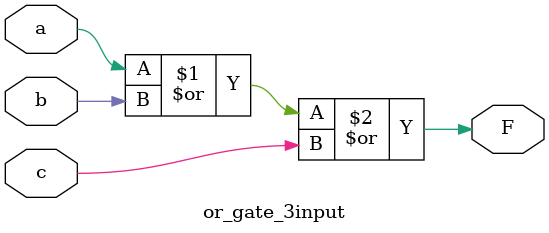
<source format=v>
module or_gate_3input (
    input a, b, c,
    output F

);

assign F = a | b | c;

endmodule
</source>
